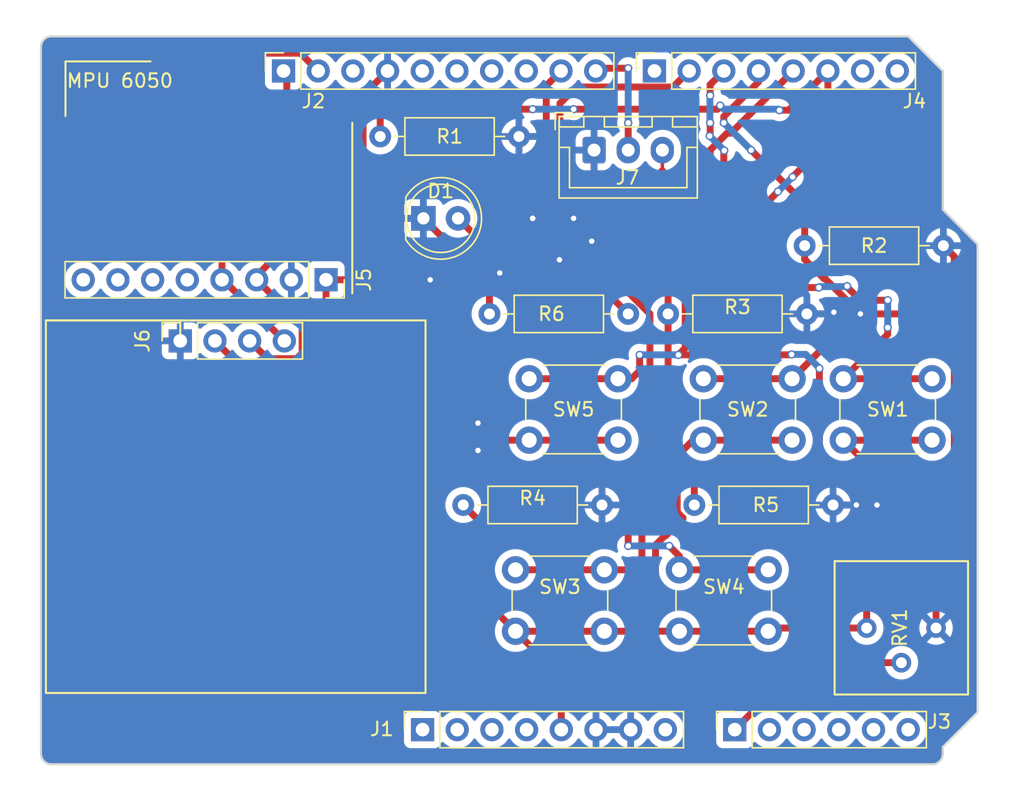
<source format=kicad_pcb>
(kicad_pcb (version 20240108) (generator "pcbnew") (generator_version "8.0")
  (title_block (date "mar. 31 mars 2015"))
  (layers (0 "F.Cu" signal) (31 "B.Cu" power) (34 "B.Paste" user) (35 "F.Paste" user) (36 "B.SilkS" user "B.Silkscreen") (37 "F.SilkS" user "F.Silkscreen") (38 "B.Mask" user) (39 "F.Mask" user) (44 "Edge.Cuts" user))
  (net 0 "")
  (net 1 "GND")
  (net 3 "+5V")
  (net 4 "/IOREF")
  (net 5 "/A1")
  (net 6 "/A2")
  (net 7 "/A3")
  (net 8 "/SDA{slash}A4")
  (net 9 "/SCL{slash}A5")
  (net 10 "/13")
  (net 11 "/12")
  (net 12 "/AREF")
  (net 13 "/temp_digital")
  (net 14 "/7")
  (net 15 "/*11")
  (net 16 "/*10")
  (net 17 "/TX{slash}1")
  (net 18 "/RX{slash}0")
  (net 19 "+3V3")
  (net 20 "VCC")
  (net 21 "/~{RESET}")
  (net 22 "/I2C_SCL")
  (net 23 "/I2C_SDA")
  (net 28 "/button_onoff")
  (net 29 "/button_lock")
  (net 30 "/button_light")
  (net 31 "/button_units")
  (net 32 "/button_cal")
  (net 33 "Net-(D1-A)")
  (net 34 "/led_light")
  (net 35 "/temp_sensor")
  (footprint "Connector_PinSocket_2.54mm:PinSocket_1x08_P2.54mm_Vertical" (layer "F.Cu") (at 127.94 97.46 90)
    (property "Reference" "J1" (hide yes))
    (property "Value" "Power")
    (fp_line (start 1.33 -1.33) (end 1.33 0) (stroke (width 0.12)) (layer "F.SilkS"))
    (fp_line (start 0 -1.33) (end 1.33 -1.33) (stroke (width 0.12)) (layer "F.SilkS"))
    (fp_line (start 1.33 1.27) (end 1.33 19.11) (stroke (width 0.12)) (layer "F.SilkS"))
    (fp_line (start -1.33 1.27) (end 1.33 1.27) (stroke (width 0.12)) (layer "F.SilkS"))
    (fp_line (start -1.33 1.27) (end -1.33 19.11) (stroke (width 0.12)) (layer "F.SilkS"))
    (fp_line (start -1.33 19.11) (end 1.33 19.11) (stroke (width 0.12)) (layer "F.SilkS"))
    (pad "1" thru_hole rect (at 0 0 90) (size 1.7 1.7) (drill 1) (layers "*.Cu" "*.Mask"))
    (pad "2" thru_hole oval (at 0 2.54 90) (size 1.7 1.7) (drill 1) (layers "*.Cu" "*.Mask") (net 4 "/IOREF"))
    (pad "3" thru_hole oval (at 0 5.08 90) (size 1.7 1.7) (drill 1) (layers "*.Cu" "*.Mask") (net 21 "/~{RESET}"))
    (pad "4" thru_hole oval (at 0 7.62 90) (size 1.7 1.7) (drill 1) (layers "*.Cu" "*.Mask") (net 19 "+3V3"))
    (pad "5" thru_hole oval (at 0 10.16 90) (size 1.7 1.7) (drill 1) (layers "*.Cu" "*.Mask") (net 3 "+5V"))
    (pad "6" thru_hole oval (at 0 12.7 90) (size 1.7 1.7) (drill 1) (layers "*.Cu" "*.Mask") (net 1 "GND"))
    (pad "7" thru_hole oval (at 0 15.24 90) (size 1.7 1.7) (drill 1) (layers "*.Cu" "*.Mask") (net 1 "GND"))
    (pad "8" thru_hole oval (at 0 17.78 90) (size 1.7 1.7) (drill 1) (layers "*.Cu" "*.Mask") (net 20 "VCC"))
  )
  (footprint "Connector_PinSocket_2.54mm:PinSocket_1x06_P2.54mm_Vertical" (layer "F.Cu") (at 150.8 97.46 90)
    (property "Reference" "J3" (hide yes))
    (property "Value" "Analog")
    (fp_line (start 1.33 -1.33) (end 1.33 0) (stroke (width 0.12)) (layer "F.SilkS"))
    (fp_line (start 0 -1.33) (end 1.33 -1.33) (stroke (width 0.12)) (layer "F.SilkS"))
    (fp_line (start 1.33 1.27) (end 1.33 14.03) (stroke (width 0.12)) (layer "F.SilkS"))
    (fp_line (start -1.33 1.27) (end 1.33 1.27) (stroke (width 0.12)) (layer "F.SilkS"))
    (fp_line (start -1.33 1.27) (end -1.33 14.03) (stroke (width 0.12)) (layer "F.SilkS"))
    (fp_line (start -1.33 14.03) (end 1.33 14.03) (stroke (width 0.12)) (layer "F.SilkS"))
    (pad "1" thru_hole rect (at 0 0 90) (size 1.7 1.7) (drill 1) (layers "*.Cu" "*.Mask") (net 35 "/temp_sensor"))
    (pad "2" thru_hole oval (at 0 2.54 90) (size 1.7 1.7) (drill 1) (layers "*.Cu" "*.Mask") (net 5 "/A1"))
    (pad "3" thru_hole oval (at 0 5.08 90) (size 1.7 1.7) (drill 1) (layers "*.Cu" "*.Mask") (net 6 "/A2"))
    (pad "4" thru_hole oval (at 0 7.62 90) (size 1.7 1.7) (drill 1) (layers "*.Cu" "*.Mask") (net 7 "/A3"))
    (pad "5" thru_hole oval (at 0 10.16 90) (size 1.7 1.7) (drill 1) (layers "*.Cu" "*.Mask") (net 8 "/SDA{slash}A4"))
    (pad "6" thru_hole oval (at 0 12.7 90) (size 1.7 1.7) (drill 1) (layers "*.Cu" "*.Mask") (net 9 "/SCL{slash}A5"))
  )
  (footprint "Connector_PinSocket_2.54mm:PinSocket_1x10_P2.54mm_Vertical" (layer "F.Cu") (at 117.76 49.2 90)
    (property "Reference" "J2" (hide yes))
    (property "Value" "Digital/PWM")
    (fp_line (start 1.33 -1.33) (end 1.33 0) (stroke (width 0.12)) (layer "F.SilkS"))
    (fp_line (start 0 -1.33) (end 1.33 -1.33) (stroke (width 0.12)) (layer "F.SilkS"))
    (fp_line (start 1.33 1.27) (end 1.33 24.19) (stroke (width 0.12)) (layer "F.SilkS"))
    (fp_line (start -1.33 1.27) (end 1.33 1.27) (stroke (width 0.12)) (layer "F.SilkS"))
    (fp_line (start -1.33 1.27) (end -1.33 24.19) (stroke (width 0.12)) (layer "F.SilkS"))
    (fp_line (start -1.33 24.19) (end 1.33 24.19) (stroke (width 0.12)) (layer "F.SilkS"))
    (pad "1" thru_hole rect (at 0 0 90) (size 1.7 1.7) (drill 1) (layers "*.Cu" "*.Mask") (net 22 "/I2C_SCL"))
    (pad "2" thru_hole oval (at 0 2.54 90) (size 1.7 1.7) (drill 1) (layers "*.Cu" "*.Mask") (net 23 "/I2C_SDA"))
    (pad "3" thru_hole oval (at 0 5.08 90) (size 1.7 1.7) (drill 1) (layers "*.Cu" "*.Mask") (net 12 "/AREF"))
    (pad "4" thru_hole oval (at 0 7.62 90) (size 1.7 1.7) (drill 1) (layers "*.Cu" "*.Mask") (net 1 "GND"))
    (pad "5" thru_hole oval (at 0 10.16 90) (size 1.7 1.7) (drill 1) (layers "*.Cu" "*.Mask") (net 10 "/13"))
    (pad "6" thru_hole oval (at 0 12.7 90) (size 1.7 1.7) (drill 1) (layers "*.Cu" "*.Mask") (net 11 "/12"))
    (pad "7" thru_hole oval (at 0 15.24 90) (size 1.7 1.7) (drill 1) (layers "*.Cu" "*.Mask") (net 15 "/*11"))
    (pad "8" thru_hole oval (at 0 17.78 90) (size 1.7 1.7) (drill 1) (layers "*.Cu" "*.Mask") (net 16 "/*10"))
    (pad "9" thru_hole oval (at 0 20.32 90) (size 1.7 1.7) (drill 1) (layers "*.Cu" "*.Mask") (net 34 "/led_light"))
    (pad "10" thru_hole oval (at 0 22.86 90) (size 1.7 1.7) (drill 1) (layers "*.Cu" "*.Mask") (net 13 "/temp_digital"))
  )
  (footprint "Connector_PinSocket_2.54mm:PinSocket_1x08_P2.54mm_Vertical" (layer "F.Cu") (at 144.92 49.2 90)
    (property "Reference" "J4" (hide yes))
    (property "Value" "Digital/PWM")
    (fp_line (start 1.33 -1.33) (end 1.33 0) (stroke (width 0.12)) (layer "F.SilkS"))
    (fp_line (start 0 -1.33) (end 1.33 -1.33) (stroke (width 0.12)) (layer "F.SilkS"))
    (fp_line (start 1.33 1.27) (end 1.33 19.11) (stroke (width 0.12)) (layer "F.SilkS"))
    (fp_line (start -1.33 1.27) (end 1.33 1.27) (stroke (width 0.12)) (layer "F.SilkS"))
    (fp_line (start -1.33 1.27) (end -1.33 19.11) (stroke (width 0.12)) (layer "F.SilkS"))
    (fp_line (start -1.33 19.11) (end 1.33 19.11) (stroke (width 0.12)) (layer "F.SilkS"))
    (pad "1" thru_hole rect (at 0 0 90) (size 1.7 1.7) (drill 1) (layers "*.Cu" "*.Mask") (net 14 "/7"))
    (pad "2" thru_hole oval (at 0 2.54 90) (size 1.7 1.7) (drill 1) (layers "*.Cu" "*.Mask") (net 30 "/button_light"))
    (pad "3" thru_hole oval (at 0 5.08 90) (size 1.7 1.7) (drill 1) (layers "*.Cu" "*.Mask") (net 32 "/button_cal"))
    (pad "4" thru_hole oval (at 0 7.62 90) (size 1.7 1.7) (drill 1) (layers "*.Cu" "*.Mask") (net 31 "/button_units"))
    (pad "5" thru_hole oval (at 0 10.16 90) (size 1.7 1.7) (drill 1) (layers "*.Cu" "*.Mask") (net 29 "/button_lock"))
    (pad "6" thru_hole oval (at 0 12.7 90) (size 1.7 1.7) (drill 1) (layers "*.Cu" "*.Mask") (net 28 "/button_onoff"))
    (pad "7" thru_hole oval (at 0 15.24 90) (size 1.7 1.7) (drill 1) (layers "*.Cu" "*.Mask") (net 17 "/TX{slash}1"))
    (pad "8" thru_hole oval (at 0 17.78 90) (size 1.7 1.7) (drill 1) (layers "*.Cu" "*.Mask") (net 18 "/RX{slash}0"))
  )
  (footprint "Resistor_THT:R_Axial_DIN0207_L6.3mm_D2.5mm_P10.16mm_Horizontal" (layer "F.Cu") (at 155.92 62)
    (property "Reference" "R2" (at 5.08 0 0) (layer "F.SilkS"))
    (property "Value" "100k")
    (fp_line (start 1.04 0) (end 1.81 0) (stroke (width 0.12)) (layer "F.SilkS"))
    (fp_line (start 1.81 -1.37) (end 1.81 1.37) (stroke (width 0.12)) (layer "F.SilkS"))
    (fp_line (start 1.81 1.37) (end 8.35 1.37) (stroke (width 0.12)) (layer "F.SilkS"))
    (fp_line (start 8.35 -1.37) (end 1.81 -1.37) (stroke (width 0.12)) (layer "F.SilkS"))
    (fp_line (start 8.35 1.37) (end 8.35 -1.37) (stroke (width 0.12)) (layer "F.SilkS"))
    (fp_line (start 9.12 0) (end 8.35 0) (stroke (width 0.12)) (layer "F.SilkS"))
    (pad "1" thru_hole circle (at 0 0) (size 1.6 1.6) (drill 0.8) (layers "*.Cu" "*.Mask") (net 31 "/button_units"))
    (pad "2" thru_hole oval (at 10.16 0) (size 1.6 1.6) (drill 0.8) (layers "*.Cu" "*.Mask") (net 1 "GND"))
  )
  (footprint "Resistor_THT:R_Axial_DIN0207_L6.3mm_D2.5mm_P10.16mm_Horizontal" (layer "F.Cu") (at 124.84 54)
    (property "Reference" "R1" (at 5.08 0 0) (layer "F.SilkS"))
    (property "Value" "100k")
    (fp_line (start 1.04 0) (end 1.81 0) (stroke (width 0.12)) (layer "F.SilkS"))
    (fp_line (start 1.81 -1.37) (end 1.81 1.37) (stroke (width 0.12)) (layer "F.SilkS"))
    (fp_line (start 1.81 1.37) (end 8.35 1.37) (stroke (width 0.12)) (layer "F.SilkS"))
    (fp_line (start 8.35 -1.37) (end 1.81 -1.37) (stroke (width 0.12)) (layer "F.SilkS"))
    (fp_line (start 8.35 1.37) (end 8.35 -1.37) (stroke (width 0.12)) (layer "F.SilkS"))
    (fp_line (start 9.12 0) (end 8.35 0) (stroke (width 0.12)) (layer "F.SilkS"))
    (pad "1" thru_hole circle (at 0 0) (size 1.6 1.6) (drill 0.8) (layers "*.Cu" "*.Mask") (net 28 "/button_onoff"))
    (pad "2" thru_hole oval (at 10.16 0) (size 1.6 1.6) (drill 0.8) (layers "*.Cu" "*.Mask") (net 1 "GND"))
  )
  (footprint "Connector_PinSocket_2.54mm:PinSocket_1x08_P2.54mm_Vertical" (layer "F.Cu") (at 120.875 64.5 -90)
    (property "Reference" "J5" (at 0 -2.77 90) (layer "F.SilkS"))
    (property "Value" "CONN_GYRO")
    (fp_line (start -1.33 19.11) (end 1.33 19.11) (stroke (width 0.12)) (layer "F.SilkS"))
    (fp_line (start -1.33 1.27) (end -1.33 19.11) (stroke (width 0.12)) (layer "F.SilkS"))
    (fp_line (start -1.33 1.27) (end 1.33 1.27) (stroke (width 0.12)) (layer "F.SilkS"))
    (fp_line (start 1.33 1.27) (end 1.33 19.11) (stroke (width 0.12)) (layer "F.SilkS"))
    (fp_line (start 0 -1.33) (end 1.33 -1.33) (stroke (width 0.12)) (layer "F.SilkS"))
    (fp_line (start 1.33 -1.33) (end 1.33 0) (stroke (width 0.12)) (layer "F.SilkS"))
    (pad "1" thru_hole rect (at 0 0 270) (size 1.7 1.7) (drill 1) (layers "*.Cu" "*.Mask") (net 3 "+5V"))
    (pad "2" thru_hole oval (at 0 2.54 270) (size 1.7 1.7) (drill 1) (layers "*.Cu" "*.Mask") (net 1 "GND"))
    (pad "3" thru_hole oval (at 0 5.08 270) (size 1.7 1.7) (drill 1) (layers "*.Cu" "*.Mask") (net 22 "/I2C_SCL"))
    (pad "4" thru_hole oval (at 0 7.62 270) (size 1.7 1.7) (drill 1) (layers "*.Cu" "*.Mask") (net 23 "/I2C_SDA"))
    (pad "5" thru_hole oval (at 0 10.16 270) (size 1.7 1.7) (drill 1) (layers "*.Cu" "*.Mask"))
    (pad "6" thru_hole oval (at 0 12.7 270) (size 1.7 1.7) (drill 1) (layers "*.Cu" "*.Mask"))
    (pad "7" thru_hole oval (at 0 15.24 270) (size 1.7 1.7) (drill 1) (layers "*.Cu" "*.Mask"))
    (pad "8" thru_hole oval (at 0 17.78 270) (size 1.7 1.7) (drill 1) (layers "*.Cu" "*.Mask"))
  )
  (footprint "Resistor_THT:R_Axial_DIN0207_L6.3mm_D2.5mm_P10.16mm_Horizontal" (layer "F.Cu") (at 143 67 180)
    (property "Reference" "R6" (at 5.62 0 180) (layer "F.SilkS"))
    (property "Value" "100k")
    (fp_line (start 9.12 0) (end 8.35 0) (stroke (width 0.12)) (layer "F.SilkS"))
    (fp_line (start 8.35 1.37) (end 8.35 -1.37) (stroke (width 0.12)) (layer "F.SilkS"))
    (fp_line (start 8.35 -1.37) (end 1.81 -1.37) (stroke (width 0.12)) (layer "F.SilkS"))
    (fp_line (start 1.81 1.37) (end 8.35 1.37) (stroke (width 0.12)) (layer "F.SilkS"))
    (fp_line (start 1.81 -1.37) (end 1.81 1.37) (stroke (width 0.12)) (layer "F.SilkS"))
    (fp_line (start 1.04 0) (end 1.81 0) (stroke (width 0.12)) (layer "F.SilkS"))
    (pad "1" thru_hole circle (at 0 0 180) (size 1.6 1.6) (drill 0.8) (layers "*.Cu" "*.Mask") (net 34 "/led_light"))
    (pad "2" thru_hole oval (at 10.16 0 180) (size 1.6 1.6) (drill 0.8) (layers "*.Cu" "*.Mask") (net 33 "Net-(D1-A)"))
  )
  (footprint "Button_Switch_THT:SW_PUSH_6mm" (layer "F.Cu") (at 135.75 71.75)
    (property "Reference" "SW5" (at 3.25 2.25 0) (layer "F.SilkS"))
    (property "Value" "SW_SPST")
    (fp_line (start -0.25 1.5) (end -0.25 3) (stroke (width 0.12)) (layer "F.SilkS"))
    (fp_line (start 1 5.5) (end 5.5 5.5) (stroke (width 0.12)) (layer "F.SilkS"))
    (fp_line (start 5.5 -1) (end 1 -1) (stroke (width 0.12)) (layer "F.SilkS"))
    (fp_line (start 6.75 3) (end 6.75 1.5) (stroke (width 0.12)) (layer "F.SilkS"))
    (pad "1" thru_hole circle (at 0 0 90) (size 2 2) (drill 1.1) (layers "*.Cu" "*.Mask") (net 32 "/button_cal"))
    (pad "1" thru_hole circle (at 6.5 0 90) (size 2 2) (drill 1.1) (layers "*.Cu" "*.Mask") (net 32 "/button_cal"))
    (pad "2" thru_hole circle (at 0 4.5 90) (size 2 2) (drill 1.1) (layers "*.Cu" "*.Mask") (net 3 "+5V"))
    (pad "2" thru_hole circle (at 6.5 4.5 90) (size 2 2) (drill 1.1) (layers "*.Cu" "*.Mask") (net 3 "+5V"))
  )
  (footprint "Resistor_THT:R_Axial_DIN0207_L6.3mm_D2.5mm_P10.16mm_Horizontal" (layer "F.Cu") (at 147.84 81)
    (property "Reference" "R5" (at 5.24 0 0) (layer "F.SilkS"))
    (property "Value" "100k")
    (fp_line (start 1.04 0) (end 1.81 0) (stroke (width 0.12)) (layer "F.SilkS"))
    (fp_line (start 1.81 -1.37) (end 1.81 1.37) (stroke (width 0.12)) (layer "F.SilkS"))
    (fp_line (start 1.81 1.37) (end 8.35 1.37) (stroke (width 0.12)) (layer "F.SilkS"))
    (fp_line (start 8.35 -1.37) (end 1.81 -1.37) (stroke (width 0.12)) (layer "F.SilkS"))
    (fp_line (start 8.35 1.37) (end 8.35 -1.37) (stroke (width 0.12)) (layer "F.SilkS"))
    (fp_line (start 9.12 0) (end 8.35 0) (stroke (width 0.12)) (layer "F.SilkS"))
    (pad "1" thru_hole circle (at 0 0) (size 1.6 1.6) (drill 0.8) (layers "*.Cu" "*.Mask") (net 32 "/button_cal"))
    (pad "2" thru_hole oval (at 10.16 0) (size 1.6 1.6) (drill 0.8) (layers "*.Cu" "*.Mask") (net 1 "GND"))
  )
  (footprint "Resistor_THT:R_Axial_DIN0207_L6.3mm_D2.5mm_P10.16mm_Horizontal" (layer "F.Cu") (at 130.92 81)
    (property "Reference" "R4" (at 5.08 -0.5 0) (layer "F.SilkS"))
    (property "Value" "100k")
    (fp_line (start 1.04 0) (end 1.81 0) (stroke (width 0.12)) (layer "F.SilkS"))
    (fp_line (start 1.81 -1.37) (end 1.81 1.37) (stroke (width 0.12)) (layer "F.SilkS"))
    (fp_line (start 1.81 1.37) (end 8.35 1.37) (stroke (width 0.12)) (layer "F.SilkS"))
    (fp_line (start 8.35 -1.37) (end 1.81 -1.37) (stroke (width 0.12)) (layer "F.SilkS"))
    (fp_line (start 8.35 1.37) (end 8.35 -1.37) (stroke (width 0.12)) (layer "F.SilkS"))
    (fp_line (start 9.12 0) (end 8.35 0) (stroke (width 0.12)) (layer "F.SilkS"))
    (pad "1" thru_hole circle (at 0 0) (size 1.6 1.6) (drill 0.8) (layers "*.Cu" "*.Mask") (net 30 "/button_light"))
    (pad "2" thru_hole oval (at 10.16 0) (size 1.6 1.6) (drill 0.8) (layers "*.Cu" "*.Mask") (net 1 "GND"))
  )
  (footprint "Button_Switch_THT:SW_PUSH_6mm" (layer "F.Cu") (at 148.5 71.75)
    (property "Reference" "SW2" (at 3.25 2.25 0) (layer "F.SilkS"))
    (property "Value" "SW_SPST")
    (fp_line (start -0.25 1.5) (end -0.25 3) (stroke (width 0.12)) (layer "F.SilkS"))
    (fp_line (start 1 5.5) (end 5.5 5.5) (stroke (width 0.12)) (layer "F.SilkS"))
    (fp_line (start 5.5 -1) (end 1 -1) (stroke (width 0.12)) (layer "F.SilkS"))
    (fp_line (start 6.75 3) (end 6.75 1.5) (stroke (width 0.12)) (layer "F.SilkS"))
    (pad "1" thru_hole circle (at 0 0 90) (size 2 2) (drill 1.1) (layers "*.Cu" "*.Mask") (net 31 "/button_units"))
    (pad "1" thru_hole circle (at 6.5 0 90) (size 2 2) (drill 1.1) (layers "*.Cu" "*.Mask") (net 31 "/button_units"))
    (pad "2" thru_hole circle (at 0 4.5 90) (size 2 2) (drill 1.1) (layers "*.Cu" "*.Mask") (net 3 "+5V"))
    (pad "2" thru_hole circle (at 6.5 4.5 90) (size 2 2) (drill 1.1) (layers "*.Cu" "*.Mask") (net 3 "+5V"))
  )
  (footprint "Connector_PinSocket_2.54mm:PinSocket_1x04_P2.54mm_Vertical" (layer "F.Cu") (at 110.2 68.975 90)
    (property "Reference" "J6" (at 0 -2.77 90) (layer "F.SilkS"))
    (property "Value" "CONN_DISPLAY")
    (fp_line (start 1.33 -1.33) (end 1.33 0) (stroke (width 0.12)) (layer "F.SilkS"))
    (fp_line (start 0 -1.33) (end 1.33 -1.33) (stroke (width 0.12)) (layer "F.SilkS"))
    (fp_line (start 1.33 1.27) (end 1.33 8.95) (stroke (width 0.12)) (layer "F.SilkS"))
    (fp_line (start -1.33 1.27) (end 1.33 1.27) (stroke (width 0.12)) (layer "F.SilkS"))
    (fp_line (start -1.33 1.27) (end -1.33 8.95) (stroke (width 0.12)) (layer "F.SilkS"))
    (fp_line (start -1.33 8.95) (end 1.33 8.95) (stroke (width 0.12)) (layer "F.SilkS"))
    (pad "1" thru_hole rect (at 0 0 90) (size 1.7 1.7) (drill 1) (layers "*.Cu" "*.Mask") (net 1 "GND"))
    (pad "2" thru_hole oval (at 0 2.54 90) (size 1.7 1.7) (drill 1) (layers "*.Cu" "*.Mask") (net 3 "+5V"))
    (pad "3" thru_hole oval (at 0 5.08 90) (size 1.7 1.7) (drill 1) (layers "*.Cu" "*.Mask") (net 22 "/I2C_SCL"))
    (pad "4" thru_hole oval (at 0 7.62 90) (size 1.7 1.7) (drill 1) (layers "*.Cu" "*.Mask") (net 23 "/I2C_SDA"))
  )
  (footprint "Potentiometer_THT:Potentiometer_Bourns_3386P_Vertical" (layer "F.Cu") (at 160.46 90.015 -90)
    (property "Reference" "RV1" (at -0.015 -2.425 90) (layer "F.SilkS"))
    (property "Value" "10k")
    (fp_line (start -4.9 2.345) (end 4.87 2.345) (stroke (width 0.12)) (layer "F.SilkS"))
    (fp_line (start -4.9 -7.425) (end -4.9 2.345) (stroke (width 0.12)) (layer "F.SilkS"))
    (fp_line (start -4.9 -7.425) (end 4.87 -7.425) (stroke (width 0.12)) (layer "F.SilkS"))
    (fp_line (start 4.87 -7.425) (end 4.87 2.345) (stroke (width 0.12)) (layer "F.SilkS"))
    (pad "1" thru_hole circle (at 0 0 270) (size 1.44 1.44) (drill 0.8) (layers "*.Cu" "*.Mask") (net 3 "+5V"))
    (pad "2" thru_hole circle (at 2.54 -2.54 270) (size 1.44 1.44) (drill 0.8) (layers "*.Cu" "*.Mask") (net 35 "/temp_sensor"))
    (pad "3" thru_hole circle (at 0 -5.08 270) (size 1.44 1.44) (drill 0.8) (layers "*.Cu" "*.Mask") (net 1 "GND"))
  )
  (footprint "Resistor_THT:R_Axial_DIN0207_L6.3mm_D2.5mm_P10.16mm_Horizontal" (layer "F.Cu") (at 145.92 67)
    (property "Reference" "R3" (at 5.08 -0.5 0) (layer "F.SilkS"))
    (property "Value" "100k")
    (fp_line (start 1.04 0) (end 1.81 0) (stroke (width 0.12)) (layer "F.SilkS"))
    (fp_line (start 1.81 -1.37) (end 1.81 1.37) (stroke (width 0.12)) (layer "F.SilkS"))
    (fp_line (start 1.81 1.37) (end 8.35 1.37) (stroke (width 0.12)) (layer "F.SilkS"))
    (fp_line (start 8.35 -1.37) (end 1.81 -1.37) (stroke (width 0.12)) (layer "F.SilkS"))
    (fp_line (start 8.35 1.37) (end 8.35 -1.37) (stroke (width 0.12)) (layer "F.SilkS"))
    (fp_line (start 9.12 0) (end 8.35 0) (stroke (width 0.12)) (layer "F.SilkS"))
    (pad "1" thru_hole circle (at 0 0) (size 1.6 1.6) (drill 0.8) (layers "*.Cu" "*.Mask") (net 29 "/button_lock"))
    (pad "2" thru_hole oval (at 10.16 0) (size 1.6 1.6) (drill 0.8) (layers "*.Cu" "*.Mask") (net 1 "GND"))
  )
  (footprint "Button_Switch_THT:SW_PUSH_6mm" (layer "F.Cu") (at 134.75 85.75)
    (property "Reference" "SW3" (at 3.25 1.25 0) (layer "F.SilkS"))
    (property "Value" "SW_SPST")
    (fp_line (start -0.25 1.5) (end -0.25 3) (stroke (width 0.12)) (layer "F.SilkS"))
    (fp_line (start 1 5.5) (end 5.5 5.5) (stroke (width 0.12)) (layer "F.SilkS"))
    (fp_line (start 5.5 -1) (end 1 -1) (stroke (width 0.12)) (layer "F.SilkS"))
    (fp_line (start 6.75 3) (end 6.75 1.5) (stroke (width 0.12)) (layer "F.SilkS"))
    (pad "1" thru_hole circle (at 0 0 90) (size 2 2) (drill 1.1) (layers "*.Cu" "*.Mask") (net 29 "/button_lock"))
    (pad "1" thru_hole circle (at 6.5 0 90) (size 2 2) (drill 1.1) (layers "*.Cu" "*.Mask") (net 29 "/button_lock"))
    (pad "2" thru_hole circle (at 0 4.5 90) (size 2 2) (drill 1.1) (layers "*.Cu" "*.Mask") (net 3 "+5V"))
    (pad "2" thru_hole circle (at 6.5 4.5 90) (size 2 2) (drill 1.1) (layers "*.Cu" "*.Mask") (net 3 "+5V"))
  )
  (footprint "LED_THT:LED_D5.0mm" (layer "F.Cu") (at 128 60)
    (property "Reference" "D1" (at 1.27 -2 0) (layer "F.SilkS"))
    (property "Value" "LED")
    (fp_line (start -1.29 -1.545) (end -1.29 1.545) (stroke (width 0.12)) (layer "F.SilkS"))
    (fp_arc (start -1.29 -1.54483) (mid 2.071756 -2.880501) (end 4.26 -0.000048) (stroke (width 0.12)) (layer "F.SilkS"))
    (fp_arc (start 4.26 0.000048) (mid 2.071756 2.880501) (end -1.29 1.54483) (stroke (width 0.12)) (layer "F.SilkS"))
    (fp_circle (center 1.27 0) (end 3.77 0) (stroke (width 0.12)) (fill none) (layer "F.SilkS"))
    (pad "1" thru_hole rect (at 0 0) (size 1.8 1.8) (drill 0.9) (layers "*.Cu" "*.Mask") (net 1 "GND"))
    (pad "2" thru_hole circle (at 2.54 0) (size 1.8 1.8) (drill 0.9) (layers "*.Cu" "*.Mask") (net 33 "Net-(D1-A)"))
  )
  (footprint "Button_Switch_THT:SW_PUSH_6mm" (layer "F.Cu") (at 158.75 71.75)
    (property "Reference" "SW1" (at 3.25 2.25 0) (layer "F.SilkS"))
    (property "Value" "SW_SPST")
    (fp_line (start -0.25 1.5) (end -0.25 3) (stroke (width 0.12)) (layer "F.SilkS"))
    (fp_line (start 1 5.5) (end 5.5 5.5) (stroke (width 0.12)) (layer "F.SilkS"))
    (fp_line (start 5.5 -1) (end 1 -1) (stroke (width 0.12)) (layer "F.SilkS"))
    (fp_line (start 6.75 3) (end 6.75 1.5) (stroke (width 0.12)) (layer "F.SilkS"))
    (pad "1" thru_hole circle (at 0 0 90) (size 2 2) (drill 1.1) (layers "*.Cu" "*.Mask") (net 28 "/button_onoff"))
    (pad "1" thru_hole circle (at 6.5 0 90) (size 2 2) (drill 1.1) (layers "*.Cu" "*.Mask") (net 28 "/button_onoff"))
    (pad "2" thru_hole circle (at 0 4.5 90) (size 2 2) (drill 1.1) (layers "*.Cu" "*.Mask") (net 3 "+5V"))
    (pad "2" thru_hole circle (at 6.5 4.5 90) (size 2 2) (drill 1.1) (layers "*.Cu" "*.Mask") (net 3 "+5V"))
  )
  (footprint "Button_Switch_THT:SW_PUSH_6mm" (layer "F.Cu") (at 146.75 85.75)
    (property "Reference" "SW4" (at 3.25 1.25 0) (layer "F.SilkS"))
    (property "Value" "SW_SPST")
    (fp_line (start -0.25 1.5) (end -0.25 3) (stroke (width 0.12)) (layer "F.SilkS"))
    (fp_line (start 1 5.5) (end 5.5 5.5) (stroke (width 0.12)) (layer "F.SilkS"))
    (fp_line (start 5.5 -1) (end 1 -1) (stroke (width 0.12)) (layer "F.SilkS"))
    (fp_line (start 6.75 3) (end 6.75 1.5) (stroke (width 0.12)) (layer "F.SilkS"))
    (pad "1" thru_hole circle (at 0 0 90) (size 2 2) (drill 1.1) (layers "*.Cu" "*.Mask") (net 30 "/button_light"))
    (pad "1" thru_hole circle (at 6.5 0 90) (size 2 2) (drill 1.1) (layers "*.Cu" "*.Mask") (net 30 "/button_light"))
    (pad "2" thru_hole circle (at 0 4.5 90) (size 2 2) (drill 1.1) (layers "*.Cu" "*.Mask") (net 3 "+5V"))
    (pad "2" thru_hole circle (at 6.5 4.5 90) (size 2 2) (drill 1.1) (layers "*.Cu" "*.Mask") (net 3 "+5V"))
  )
  (footprint "Connector_JST:JST_XH_B3B-XH-A_1x03_P2.50mm_Vertical" (layer "F.Cu") (at 140.5 55)
    (property "Reference" "J7" (at 2.44 2.01 0) (layer "F.SilkS"))
    (property "Value" "CONN_TEMP")
    (fp_line (start -2.85 -2.75) (end -2.85 -1.5) (stroke (width 0.12)) (layer "F.SilkS"))
    (fp_line (start -2.56 -2.46) (end -2.56 3.51) (stroke (width 0.12)) (layer "F.SilkS"))
    (fp_line (start -2.56 3.51) (end 7.56 3.51) (stroke (width 0.12)) (layer "F.SilkS"))
    (fp_line (start -2.55 -2.45) (end -2.55 -1.7) (stroke (width 0.12)) (layer "F.SilkS"))
    (fp_line (start -2.55 -1.7) (end -0.75 -1.7) (stroke (width 0.12)) (layer "F.SilkS"))
    (fp_line (start -2.55 -0.2) (end -1.8 -0.2) (stroke (width 0.12)) (layer "F.SilkS"))
    (fp_line (start -1.8 -0.2) (end -1.8 2.75) (stroke (width 0.12)) (layer "F.SilkS"))
    (fp_line (start -1.8 2.75) (end 2.5 2.75) (stroke (width 0.12)) (layer "F.SilkS"))
    (fp_line (start -1.6 -2.75) (end -2.85 -2.75) (stroke (width 0.12)) (layer "F.SilkS"))
    (fp_line (start -0.75 -2.45) (end -2.55 -2.45) (stroke (width 0.12)) (layer "F.SilkS"))
    (fp_line (start -0.75 -1.7) (end -0.75 -2.45) (stroke (width 0.12)) (layer "F.SilkS"))
    (fp_line (start 0.75 -2.45) (end 0.75 -1.7) (stroke (width 0.12)) (layer "F.SilkS"))
    (fp_line (start 0.75 -1.7) (end 4.25 -1.7) (stroke (width 0.12)) (layer "F.SilkS"))
    (fp_line (start 4.25 -2.45) (end 0.75 -2.45) (stroke (width 0.12)) (layer "F.SilkS"))
    (fp_line (start 4.25 -1.7) (end 4.25 -2.45) (stroke (width 0.12)) (layer "F.SilkS"))
    (fp_line (start 5.75 -2.45) (end 5.75 -1.7) (stroke (width 0.12)) (layer "F.SilkS"))
    (fp_line (start 5.75 -1.7) (end 7.55 -1.7) (stroke (width 0.12)) (layer "F.SilkS"))
    (fp_line (start 6.8 -0.2) (end 6.8 2.75) (stroke (width 0.12)) (layer "F.SilkS"))
    (fp_line (start 6.8 2.75) (end 2.5 2.75) (stroke (width 0.12)) (layer "F.SilkS"))
    (fp_line (start 7.55 -2.45) (end 5.75 -2.45) (stroke (width 0.12)) (layer "F.SilkS"))
    (fp_line (start 7.55 -1.7) (end 7.55 -2.45) (stroke (width 0.12)) (layer "F.SilkS"))
    (fp_line (start 7.55 -0.2) (end 6.8 -0.2) (stroke (width 0.12)) (layer "F.SilkS"))
    (fp_line (start 7.56 -2.46) (end -2.56 -2.46) (stroke (width 0.12)) (layer "F.SilkS"))
    (fp_line (start 7.56 3.51) (end 7.56 -2.46) (stroke (width 0.12)) (layer "F.SilkS"))
    (pad "1" thru_hole roundrect (at 0 0) (size 1.7 1.95) (drill 0.95) (layers "*.Cu" "*.Mask") (roundrect_rratio 0.147059) (net 1 "GND"))
    (pad "2" thru_hole oval (at 2.5 0) (size 1.7 1.95) (drill 0.95) (layers "*.Cu" "*.Mask") (net 13 "/temp_digital"))
    (pad "3" thru_hole oval (at 5 0) (size 1.7 1.95) (drill 0.95) (layers "*.Cu" "*.Mask") (net 3 "+5V"))
  )
  (gr_line (start 101.795 48.5) (end 101.795 52.5) (stroke (width 0.15)) (layer "F.SilkS"))
  (gr_rect (start 100.36 67.475) (end 128.16 94.775) (stroke (width 0.15)) (fill none) (layer "F.SilkS"))
  (gr_rect (start 158.115 85.115) (end 167.885 94.885) (stroke (width 0.15)) (fill none) (layer "F.SilkS"))
  (gr_line (start 100.36 67.475) (end 110.2 67.475) (stroke (width 0.15)) (layer "F.SilkS"))
  (gr_line (start 101.795 48.5) (end 108.020112 48.5) (stroke (width 0.15)) (layer "F.SilkS"))
  (gr_line (start 122.795 65.5) (end 122.795 53) (stroke (width 0.15)) (layer "F.SilkS"))
  (gr_line (start 110.2 67.475) (end 110.2 68.975) (stroke (width 0.15)) (layer "F.SilkS"))
  (gr_line (start 166.04 59.36) (end 168.58 61.9) (stroke (width 0.15)) (layer "Edge.Cuts"))
  (gr_line (start 100 99.238) (end 100 47.422) (stroke (width 0.15)) (layer "Edge.Cuts"))
  (gr_line (start 168.58 61.9) (end 168.58 96.19) (stroke (width 0.15)) (layer "Edge.Cuts"))
  (gr_line (start 165.278 100) (end 100.762 100) (stroke (width 0.15)) (layer "Edge.Cuts"))
  (gr_line (start 100.762 46.66) (end 163.5 46.66) (stroke (width 0.15)) (layer "Edge.Cuts"))
  (gr_arc (start 100.762 100) (mid 100.223185 99.776815) (end 100 99.238) (stroke (width 0.15)) (layer "Edge.Cuts"))
  (gr_line (start 168.58 96.19) (end 166.04 98.73) (stroke (width 0.15)) (layer "Edge.Cuts"))
  (gr_line (start 163.5 46.66) (end 166.04 49.2) (stroke (width 0.15)) (layer "Edge.Cuts"))
  (gr_arc (start 166.04 99.238) (mid 165.816815 99.776815) (end 165.278 100) (stroke (width 0.15)) (layer "Edge.Cuts"))
  (gr_line (start 166.04 49.2) (end 166.04 59.36) (stroke (width 0.15)) (layer "Edge.Cuts"))
  (gr_line (start 166.04 98.73) (end 166.04 99.238) (stroke (width 0.15)) (layer "Edge.Cuts"))
  (gr_arc (start 100 47.422) (mid 100.223185 46.883185) (end 100.762 46.66) (stroke (width 0.15)) (layer "Edge.Cuts"))
  (gr_text "J3" (at 164.83 97.46 0) (layer "F.SilkS") (effects (font (size 1 1)) (justify left bottom)))
  (gr_text "J2" (at 119 52 0) (layer "F.SilkS") (effects (font (size 1 1)) (justify left bottom)))
  (gr_text "MPU 6050" (at 101.795 50.5 0) (layer "F.SilkS") (effects (font (size 1 1)) (justify left bottom)))
  (gr_text "J1" (at 124 98 0) (layer "F.SilkS") (effects (font (size 1 1)) (justify left bottom)))
  (gr_text "J4" (at 163 52 0) (layer "F.SilkS") (effects (font (size 1 1)) (justify left bottom)))
  (segment (start 134 79) (end 132 77) (width 0.508) (layer "F.Cu") (net 1))
  (segment (start 123.586 56) (end 123.586 51.414) (width 0.508) (layer "F.Cu") (net 1))
  (segment (start 123.586 56) (end 135 56) (width 0.508) (layer "F.Cu") (net 1))
  (segment (start 140.5 55) (end 140.5 58.5) (width 0.508) (layer "F.Cu") (net 1))
  (segment (start 165 81) (end 166.879999 79.120001) (width 0.508) (layer "F.Cu") (net 1))
  (segment (start 132 77) (end 132 77.004) (width 0.25) (layer "F.Cu") (net 1))
  (segment (start 124 50.58) (end 125.38 49.2) (width 0.508) (layer "F.Cu") (net 1))
  (segment (start 166.879999 66) (end 166.879999 62.799999) (width 0.508) (layer "F.Cu") (net 1))
  (segment (start 135 59) (end 135 56) (width 0.508) (layer "F.Cu") (net 1))
  (segment (start 156.08 67) (end 158.18117 67) (width 0.508) (layer "F.Cu") (net 1))
  (segment (start 123.586 51.414) (end 124 51) (width 0.508) (layer "F.Cu") (net 1))
  (segment (start 140.5 58.5) (end 139 60) (width 0.508) (layer "F.Cu") (net 1))
  (segment (start 136 60) (end 135 59) (width 0.508) (layer "F.Cu") (net 1))
  (segment (start 126 60) (end 123.586 57.586) (width 0.508) (layer "F.Cu") (net 1))
  (segment (start 166.879999 62.799999) (end 166.08 62) (width 0.508) (layer "F.Cu") (net 1))
  (segment (start 123.586 57.586) (end 123.586 56) (width 0.508) (layer "F.Cu") (net 1))
  (segment (start 135 54) (end 135 56) (width 0.508) (layer "F.Cu") (net 1))
  (segment (start 130.579 73.579) (end 130.579 62.579) (width 0.508) (layer "F.Cu") (net 1))
  (segment (start 141 79) (end 134 79) (width 0.508) (layer "F.Cu") (net 1))
  (segment (start 141.08 81) (end 141.08 79.08) (width 0.508) (layer "F.Cu") (net 1))
  (segment (start 141.08 79.08) (end 141 79) (width 0.25) (layer "F.Cu") (net 1))
  (segment (start 158.18117 67) (end 158.057426 66.876256) (width 0.25) (layer "F.Cu") (net 1))
  (segment (start 165.54 90.015) (end 165.54 81.54) (width 0.508) (layer "F.Cu") (net 1))
  (segment (start 165.54 81.54) (end 165 81) (width 0.508) (layer "F.Cu") (net 1))
  (segment (start 124 51) (end 124 50.58) (width 0.508) (layer "F.Cu") (net 1))
  (segment (start 166.879999 79.120001) (end 166.879999 66) (width 0.508) (layer "F.Cu") (net 1))
  (segment (start 160 67) (end 165.879999 67) (width 0.508) (layer "F.Cu") (net 1))
  (segment (start 128 60) (end 126 60) (width 0.508) (layer "F.Cu") (net 1))
  (segment (start 165 81) (end 161.214 81) (width 0.508) (layer "F.Cu") (net 1))
  (segment (start 132 75) (end 130.579 73.579) (width 0.508) (layer "F.Cu") (net 1))
  (segment (start 165.879999 67) (end 166.879999 66) (width 0.508) (layer "F.Cu") (net 1))
  (segment (start 159.706 81) (end 158 81) (width 0.508) (layer "F.Cu") (net 1))
  (segment (start 130.579 62.579) (end 128 60) (width 0.508) (layer "F.Cu") (net 1))
  (via (at 159.706 81) (size 0.6) (drill 0.4) (layers "F.Cu" "B.Cu") (net 1))
  (via (at 136 60) (size 0.6) (drill 0.4) (layers "F.Cu" "B.Cu") (net 1))
  (via (at 132 75) (size 0.6) (drill 0.4) (layers "F.Cu" "B.Cu") (net 1))
  (via (at 139 60) (size 0.6) (drill 0.4) (layers "F.Cu" "B.Cu") (net 1))
  (via (at 161.214 81) (size 0.6) (drill 0.4) (layers "F.Cu" "B.Cu") (net 1))
  (via (at 158.057426 66.876256) (size 0.6) (drill 0.4) (layers "F.Cu" "B.Cu") (net 1))
  (via (at 132 77.004) (size 0.6) (drill 0.4) (layers "F.Cu" "B.Cu") (net 1))
  (via (at 136 60) (size 0.6) (drill 0.4) (layers "F.Cu" "B.Cu") (net 1))
  (via (at 160 67) (size 0.6) (drill 0.4) (layers "F.Cu" "B.Cu") (net 1))
  (segment (start 139 60) (end 136 60) (width 0.508) (layer "B.Cu") (net 1))
  (segment (start 132 77.004) (end 132 75) (width 0.508) (layer "B.Cu") (net 1))
  (segment (start 158.057426 66.876256) (end 158.18117 67) (width 0.25) (layer "B.Cu") (net 1))
  (segment (start 158.18117 67) (end 160 67) (width 0.508) (layer "B.Cu") (net 1))
  (segment (start 161.214 81) (end 160 81) (width 0.508) (layer "B.Cu") (net 1))
  (segment (start 160 81) (end 159.706 81) (width 0.508) (layer "B.Cu") (net 1))
  (segment (start 145.5 56.5) (end 140.328654 61.671346) (width 0.508) (layer "F.Cu") (net 3))
  (segment (start 140.328654 61.671346) (end 140.328654 61.671345) (width 0.25) (layer "F.Cu") (net 3))
  (segment (start 135.75 76.25) (end 130.75 76.25) (width 0.508) (layer "F.Cu") (net 3))
  (segment (start 114.765 71) (end 112.74 68.975) (width 0.508) (layer "F.Cu") (net 3))
  (segment (start 134.75 90.25) (end 138.1 93.6) (width 0.508) (layer "F.Cu") (net 3))
  (segment (start 147.75 76.25) (end 146.586 77.414) (width 0.508) (layer "F.Cu") (net 3))
  (segment (start 158.75 76.25) (end 160.46 77.96) (width 0.508) (layer "F.Cu") (net 3))
  (segment (start 146.586 77.414) (end 146.586 81.519424) (width 0.508) (layer "F.Cu") (net 3))
  (segment (start 145.5 55) (end 145.5 56.5) (width 0.25) (layer "F.Cu") (net 3))
  (segment (start 134.75 90.25) (end 141.25 90.25) (width 0.508) (layer "F.Cu") (net 3))
  (segment (start 130 77) (end 130 66) (width 0.508) (layer "F.Cu") (net 3))
  (segment (start 144 90.25) (end 141.25 90.25) (width 0.508) (layer "F.Cu") (net 3))
  (segment (start 153.485 90.015) (end 153.25 90.25) (width 0.508) (layer "F.Cu") (net 3))
  (segment (start 160.46 77.96) (end 160.46 90.015) (width 0.508) (layer "F.Cu") (net 3))
  (segment (start 165.25 76.25) (end 158.75 76.25) (width 0.508) (layer "F.Cu") (net 3))
  (segment (start 147 81.933424) (end 147 82) (width 0.508) (layer "F.Cu") (net 3))
  (segment (start 138.1 93.6) (end 138.1 97.46) (width 0.508) (layer "F.Cu") (net 3))
  (segment (start 146.75 90.25) (end 144 90.25) (width 0.508) (layer "F.Cu") (net 3))
  (segment (start 120.875 69.126264) (end 119.001264 71) (width 0.508) (layer "F.Cu") (net 3))
  (segment (start 145.687682 83.246) (end 145 83.933682) (width 0.508) (layer "F.Cu") (net 3))
  (segment (start 145 83.933682) (end 145 89.25) (width 0.508) (layer "F.Cu") (net 3))
  (segment (start 129 84.5) (end 134.75 90.25) (width 0.508) (layer "F.Cu") (net 3))
  (segment (start 154.25 76.25) (end 147.75 76.25) (width 0.508) (layer "F.Cu") (net 3))
  (segment (start 130 77) (end 129 78) (width 0.508) (layer "F.Cu") (net 3))
  (segment (start 128.5 64.5) (end 120.875 64.5) (width 0.508) (layer "F.Cu") (net 3))
  (segment (start 137.966841 63.033159) (end 137 64) (width 0.508) (layer "F.Cu") (net 3))
  (segment (start 147 82) (end 145.754 83.246) (width 0.508) (layer "F.Cu") (net 3))
  (segment (start 120.875 64.5) (end 120.875 69.126264) (width 0.508) (layer "F.Cu") (net 3))
  (segment (start 130 66) (end 128.5 64.5) (width 0.508) (layer "F.Cu") (net 3))
  (segment (start 119.001264 71) (end 114.765 71) (width 0.508) (layer "F.Cu") (net 3))
  (segment (start 146.586 81.519424) (end 147 81.933424) (width 0.508) (layer "F.Cu") (net 3))
  (segment (start 160.46 90.015) (end 153.485 90.015) (width 0.508) (layer "F.Cu") (net 3))
  (segment (start 145.754 83.246) (end 145.687682 83.246) (width 0.508) (layer "F.Cu") (net 3))
  (segment (start 129 78) (end 129 84.5) (width 0.508) (layer "F.Cu") (net 3))
  (segment (start 145 89.25) (end 144 90.25) (width 0.508) (layer "F.Cu") (net 3))
  (segment (start 130.75 76.25) (end 130 77) (width 0.508) (layer "F.Cu") (net 3))
  (segment (start 137 64) (end 133.594 64) (width 0.508) (layer "F.Cu") (net 3))
  (segment (start 146.75 90.25) (end 153.25 90.25) (width 0.508) (layer "F.Cu") (net 3))
  (segment (start 135.75 76.25) (end 142.25 76.25) (width 0.508) (layer "F.Cu") (net 3))
  (via (at 140.328654 61.671345) (size 0.6) (drill 0.4) (layers "F.Cu" "B.Cu") (net 3))
  (via (at 128.5 64.5) (size 0.6) (drill 0.4) (layers "F.Cu" "B.Cu") (net 3))
  (via (at 137.966841 63.033159) (size 0.6) (drill 0.4) (layers "F.Cu" "B.Cu") (net 3))
  (via (at 133.594 64) (size 0.6) (drill 0.4) (layers "F.Cu" "B.Cu") (net 3))
  (segment (start 140.328654 61.671345) (end 139.328655 61.671345) (width 0.508) (layer "B.Cu") (net 3))
  (segment (start 139.328655 61.671345) (end 137.966841 63.033159) (width 0.508) (layer "B.Cu") (net 3))
  (segment (start 129 64) (end 128.5 64.5) (width 0.25) (layer "B.Cu") (net 3))
  (segment (start 133.594 64) (end 129 64) (width 0.508) (layer "B.Cu") (net 3))
  (segment (start 140.82 49) (end 140.62 49.2) (width 0.25) (layer "F.Cu") (net 13))
  (segment (start 143 55) (end 143 53) (width 0.508) (layer "F.Cu") (net 13))
  (segment (start 143 49) (end 140.82 49) (width 0.508) (layer "F.Cu") (net 13))
  (via (at 143 49) (size 0.6) (drill 0.4) (layers "F.Cu" "B.Cu") (net 13))
  (via (at 143 53) (size 0.6) (drill 0.4) (layers "F.Cu" "B.Cu") (net 13))
  (segment (start 143 53) (end 143 49) (width 0.508) (layer "B.Cu") (net 13))
  (segment (start 115.28 68.975) (end 116.584 70.279) (width 0.508) (layer "F.Cu") (net 22))
  (segment (start 118.721 70.279) (end 119.124 69.876) (width 0.508) (layer "F.Cu") (net 22))
  (segment (start 119.124 69.876) (end 119.124 67.829) (width 0.508) (layer "F.Cu") (net 22))
  (segment (start 117.76 49.2) (end 118 49.44) (width 0.508) (layer "F.Cu") (net 22))
  (segment (start 119.124 67.829) (end 115.795 64.5) (width 0.508) (layer "F.Cu") (net 22))
  (segment (start 118 62) (end 115.795 64.205) (width 0.508) (layer "F.Cu") (net 22))
  (segment (start 118 49.44) (end 118 62) (width 0.508) (layer "F.Cu") (net 22))
  (segment (start 115.795 64.205) (end 115.795 64.5) (width 0.508) (layer "F.Cu") (net 22))
  (segment (start 116.584 70.279) (end 118.721 70.279) (width 0.508) (layer "F.Cu") (net 22))
  (segment (start 116.104 47.896) (end 118.996 47.896) (width 0.508) (layer "F.Cu") (net 23))
  (segment (start 118.996 47.896) (end 120.3 49.2) (width 0.508) (layer "F.Cu") (net 23))
  (segment (start 117.82 68.975) (end 113.345 64.5) (width 0.508) (layer "F.Cu") (net 23))
  (segment (start 113.345 64.5) (end 113.255 64.5) (width 0.508) (layer "F.Cu") (net 23))
  (segment (start 113.255 64.5) (end 113.255 50.745) (width 0.508) (layer "F.Cu") (net 23))
  (segment (start 113.255 50.745) (end 116.104 47.896) (width 0.508) (layer "F.Cu") (net 23))
  (segment (start 159.000632 64.999368) (end 159.033159 64.966841) (width 0.508) (layer "F.Cu") (net 28))
  (segment (start 154.069068 65.069068) (end 152 63) (width 0.508) (layer "F.Cu") (net 28))
  (segment (start 124.84 52.16) (end 125 52) (width 0.25) (layer "F.Cu") (net 28))
  (segment (start 158.75 71.75) (end 162 68.5) (width 0.508) (layer "F.Cu") (net 28))
  (segment (start 139 52) (end 149.538736 52) (width 0.508) (layer "F.Cu") (net 28))
  (segment (start 149.769368 51.769368) (end 149.736841 51.736841) (width 0.508) (layer "F.Cu") (net 28))
  (segment (start 162 66) (end 160.001264 66) (width 0.508) (layer "F.Cu") (net 28))
  (segment (start 157.62 54.38) (end 157.62 49.2) (width 0.508) (layer "F.Cu") (net 28))
  (segment (start 156.960634 65.069068) (end 154.069068 65.069068) (width 0.508) (layer "F.Cu") (net 28))
  (segment (start 160.001264 66) (end 159.000632 64.999368) (width 0.508) (layer "F.Cu") (net 28))
  (segment (start 155.033159 56.966841) (end 157.62 54.38) (width 0.508) (layer "F.Cu") (net 28))
  (segment (start 165.25 71.75) (end 158.75 71.75) (width 0.508) (layer "F.Cu") (net 28))
  (segment (start 125 52) (end 136 52) (width 0.508) (layer "F.Cu") (net 28))
  (segment (start 124.84 54) (end 124.84 52.16) (width 0.508) (layer "F.Cu") (net 28))
  (segment (start 154.073159 52.073159) (end 154.746841 52.073159) (width 0.508) (layer "F.Cu") (net 28))
  (segment (start 149.538736 52) (end 149.769368 51.769368) (width 0.508) (layer "F.Cu") (net 28))
  (segment (start 154.746841 52.073159) (end 157.62 49.2) (width 0.508) (layer "F.Cu") (net 28))
  (segment (start 152 63) (end 152 60) (width 0.508) (layer "F.Cu") (net 28))
  (segment (start 162 68.5) (end 162 68) (width 0.508) (layer "F.Cu") (net 28))
  (segment (start 152 60) (end 153.966841 58.033159) (width 0.508) (layer "F.Cu") (net 28))
  (via (at 154.073159 52.073159) (size 0.6) (drill 0.4) (layers "F.Cu" "B.Cu") (net 28))
  (via (at 136 52) (size 0.6) (drill 0.4) (layers "F.Cu" "B.Cu") (net 28))
  (via (at 149.736841 51.736841) (size 0.6) (drill 0.4) (layers "F.Cu" "B.Cu") (net 28))
  (via (at 162 66) (size 0.6) (drill 0.4) (layers "F.Cu" "B.Cu") (net 28))
  (via (at 162 68) (size 0.6) (drill 0.4) (layers "F.Cu" "B.Cu") (net 28))
  (via (at 153.966841 58.033159) (size 0.6) (drill 0.4) (layers "F.Cu" "B.Cu") (net 28))
  (via (at 156.960634 65.069068) (size 0.6) (drill 0.4) (layers "F.Cu" "B.Cu") (net 28))
  (via (at 159.033159 64.966841) (size 0.6) (drill 0.4) (layers "F.Cu" "B.Cu") (net 28))
  (via (at 139 52) (size 0.6) (drill 0.4) (layers "F.Cu" "B.Cu") (net 28))
  (via (at 155.033159 56.966841) (size 0.6) (drill 0.4) (layers "F.Cu" "B.Cu") (net 28))
  (segment (start 159 65) (end 157 65) (width 0.508) (layer "B.Cu") (net 28))
  (segment (start 149.736841 51.736841) (end 150 52) (width 0.508) (layer "B.Cu") (net 28))
  (segment (start 162 68) (end 162 66) (width 0.508) (layer "B.Cu") (net 28))
  (segment (start 157 65) (end 157 65.029702) (width 0.508) (layer "B.Cu") (net 28))
  (segment (start 157 65.029702) (end 156.960634 65.069068) (width 0.508) (layer "B.Cu") (net 28))
  (segment (start 153.966841 58.033159) (end 155.033159 56.966841) (width 0.508) (layer "B.Cu") (net 28))
  (segment (start 150 52) (end 154 52) (width 0.508) (layer "B.Cu") (net 28))
  (segment (start 159.033159 64.966841) (end 159 65) (width 0.508) (layer "B.Cu") (net 28))
  (segment (start 154 52) (end 154.073159 52.073159) (width 0.508) (layer "B.Cu") (net 28))
  (segment (start 136 52) (end 139 52) (width 0.508) (layer "B.Cu") (net 28))
  (segment (start 150.526 53.754) (end 155.08 49.2) (width 0.508) (layer "F.Cu") (net 29))
  (segment (start 149 60) (end 149 55) (width 0.508) (layer "F.Cu") (net 29))
  (segment (start 150.246 53.754) (end 150.526 53.754) (width 0.508) (layer "F.Cu") (net 29))
  (segment (start 145.878 81.122) (end 144 83) (width 0.508) (layer "F.Cu") (net 29))
  (segment (start 145.878 77.120736) (end 145.878 81.122) (width 0.508) (layer "F.Cu") (net 29))
  (segment (start 145.92 67) (end 145.92 63.08) (width 0.508) (layer "F.Cu") (net 29))
  (segment (start 144 85) (end 143.25 85.75) (width 0.508) (layer "F.Cu") (net 29))
  (segment (start 141.25 85.75) (end 134.75 85.75) (width 0.508) (layer "F.Cu") (net 29))
  (segment (start 144 83) (end 144 85) (width 0.508) (layer "F.Cu") (net 29))
  (segment (start 143.25 85.75) (end 141.25 85.75) (width 0.508) (layer "F.Cu") (net 29))
  (segment (start 145.92 67) (end 145.92 77.078736) (width 0.508) (layer "F.Cu") (net 29))
  (segment (start 145.92 63.08) (end 149 60) (width 0.508) (layer "F.Cu") (net 29))
  (segment (start 145.92 77.078736) (end 145.878 77.120736) (width 0.508) (layer "F.Cu") (net 29))
  (segment (start 149 55) (end 150.246 53.754) (width 0.508) (layer "F.Cu") (net 29))
  (segment (start 132 83) (end 132 82.08) (width 0.508) (layer "F.Cu") (net 30))
  (segment (start 146.75 85.75) (end 146.75 84.75) (width 0.508) (layer "F.Cu") (net 30))
  (segment (start 146.75 84.75) (end 146 84) (width 0.508) (layer "F.Cu") (net 30))
  (segment (start 143 83) (end 132 83) (width 0.508) (layer "F.Cu") (net 30))
  (segment (start 132 82.08) (end 130.92 81) (width 0.508) (layer "F.Cu") (net 30))
  (segment (start 138 51.579) (end 138 60.409009) (width 0.508) (layer "F.Cu") (net 30))
  (segment (start 143 84) (end 143 83) (width 0.508) (layer "F.Cu") (net 30))
  (segment (start 147.46 49.2) (end 146.285 50.375) (width 0.508) (layer "F.Cu") (net 30))
  (segment (start 138 60.409009) (end 144.589953 66.998962) (width 0.508) (layer "F.Cu") (net 30))
  (segment (start 144.589953 77.589953) (end 143.25 78.929906) (width 0.508) (layer "F.Cu") (net 30))
  (segment (start 139.204 50.375) (end 138 51.579) (width 0.508) (layer "F.Cu") (net 30))
  (segment (start 153.25 85.75) (end 146.75 85.75) (width 0.508) (layer "F.Cu") (net 30))
  (segment (start 143.25 78.929906) (end 143.25 81.75) (width 0.508) (layer "F.Cu") (net 30))
  (segment (start 144.589953 66.998962) (end 144.589953 77.589953) (width 0.508) (layer "F.Cu") (net 30))
  (segment (start 143 82) (end 143 83) (width 0.508) (layer "F.Cu") (net 30))
  (segment (start 146.285 50.375) (end 139.204 50.375) (width 0.508) (layer "F.Cu") (net 30))
  (segment (start 143.25 81.75) (end 143 82) (width 0.508) (layer "F.Cu") (net 30))
  (via (at 146 84) (size 0.6) (drill 0.4) (layers "F.Cu" "B.Cu") (net 30))
  (via (at 143 84) (size 0.6) (drill 0.4) (layers "F.Cu" "B.Cu") (net 30))
  (segment (start 146 84) (end 143 84) (width 0.508) (layer "B.Cu") (net 30))
  (segment (start 157 69) (end 157 69.75) (width 0.508) (layer "F.Cu") (net 31))
  (segment (start 155.92 63) (end 157.334 64.414) (width 0.508) (layer "F.Cu") (net 31))
  (segment (start 157.334 64.414) (end 157.414 64.414) (width 0.508) (layer "F.Cu") (net 31))
  (segment (start 157.414 64.414) (end 159 66) (width 0.508) (layer "F.Cu") (net 31))
  (segment (start 157 69.75) (end 155 71.75) (width 0.508) (layer "F.Cu") (net 31))
  (segment (start 158 68) (end 158 69) (width 0.508) (layer "F.Cu") (net 31))
  (segment (start 159 67) (end 158 68) (width 0.508) (layer "F.Cu") (net 31))
  (segment (start 150 53) (end 150 52.54) (width 0.508) (layer "F.Cu") (net 31))
  (segment (start 155.92 63) (end 155.92 58.92) (width 0.508) (layer "F.Cu") (net 31))
  (segment (start 158 69) (end 157 69) (width 0.508) (layer "F.Cu") (net 31))
  (segment (start 150 52.54) (end 152.54 50) (width 0.508) (layer "F.Cu") (net 31))
  (segment (start 152.54 50) (end 152.54 49.2) (width 0.508) (layer "F.Cu") (net 31))
  (segment (start 155.92 58.92) (end 152 55) (width 0.508) (layer "F.Cu") (net 31))
  (segment (start 148.5 71.75) (end 155 71.75) (width 0.508) (layer "F.Cu") (net 31))
  (segment (start 159 66) (end 159 67) (width 0.508) (layer "F.Cu") (net 31))
  (via (at 150 53) (size 0.6) (drill 0.4) (layers "F.Cu" "B.Cu") (net 31))
  (via (at 152 55) (size 0.6) (drill 0.4) (layers "F.Cu" "B.Cu") (net 31))
  (segment (start 152 55) (end 150 53) (width 0.508) (layer "B.Cu") (net 31))
  (segment (start 154.933682 70) (end 146.674 70) (width 0.508) (layer "F.Cu") (net 32))
  (segment (start 149 53.933682) (end 149 53) (width 0.508) (layer "F.Cu") (net 32))
  (segment (start 143.25 71.75) (end 136.75 71.75) (width 0.508) (layer "F.Cu") (net 32))
  (segment (start 147.84 79.16) (end 148 79) (width 0.508) (layer "F.Cu") (net 32))
  (segment (start 143.835953 71.164047) (end 143.25 71.75) (width 0.508) (layer "F.Cu") (net 32))
  (segment (start 147.174 69.5) (end 147.174 62.827264) (width 0.508) (layer "F.Cu") (net 32))
  (segment (start 148 79) (end 156 79) (width 0.508) (layer "F.Cu") (net 32))
  (segment (start 148.966841 53.966841) (end 149 53.933682) (width 0.508) (layer "F.Cu") (net 32))
  (segment (start 147.174 62.827264) (end 150 60.001264) (width 0.508) (layer "F.Cu") (net 32))
  (segment (start 149 50.2) (end 150 49.2) (width 0.508) (layer "F.Cu") (net 32))
  (segment (start 150 60.001264) (end 150 55.066318) (width 0.508) (layer "F.Cu") (net 32))
  (segment (start 143.835953 70) (end 143.835953 71.164047) (width 0.508) (layer "F.Cu") (net 32))
  (segment (start 147.84 81) (end 147.84 79.16) (width 0.508) (layer "F.Cu") (net 32))
  (segment (start 150 55.066318) (end 150.033159 55.033159) (width 0.508) (layer "F.Cu") (net 32))
  (segment (start 156 79) (end 157 78) (width 0.508) (layer "F.Cu") (net 32))
  (segment (start 154.966841 69.966841) (end 154.933682 70) (width 0.508) (layer "F.Cu") (net 32))
  (segment (start 157 78) (end 157 71) (width 0.508) (layer "F.Cu") (net 32))
  (segment (start 149 51) (end 149 50.2) (width 0.508) (layer "F.Cu") (net 32))
  (segment (start 146.674 70) (end 147.174 69.5) (width 0.508) (layer "F.Cu") (net 32))
  (via (at 157 71) (size 0.6) (drill 0.4) (layers "F.Cu" "B.Cu") (net 32))
  (via (at 150.033159 55.033159) (size 0.6) (drill 0.4) (layers "F.Cu" "B.Cu") (net 32))
  (via (at 146.674 70) (size 0.6) (drill 0.4) (layers "F.Cu" "B.Cu") (net 32))
  (via (at 154.966841 69.966841) (size 0.6) (drill 0.4) (layers "F.Cu" "B.Cu") (net 32))
  (via (at 149 51) (size 0.6) (drill 0.4) (layers "F.Cu" "B.Cu") (net 32))
  (via (at 143.835953 70) (size 0.6) (drill 0.4) (layers "F.Cu" "B.Cu") (net 32))
  (via (at 149 53) (size 0.6) (drill 0.4) (layers "F.Cu" "B.Cu") (net 32))
  (via (at 148.966841 53.966841) (size 0.6) (drill 0.4) (layers "F.Cu" "B.Cu") (net 32))
  (segment (start 157 70.967473) (end 155.999368 69.966841) (width 0.508) (layer "B.Cu") (net 32))
  (segment (start 150.033159 55.033159) (end 148.966841 53.966841) (width 0.508) (layer "B.Cu") (net 32))
  (segment (start 155.999368 69.966841) (end 154.966841 69.966841) (width 0.508) (layer "B.Cu") (net 32))
  (segment (start 157 71) (end 157 70.967473) (width 0.508) (layer "B.Cu") (net 32))
  (segment (start 149 51) (end 148.982841 51.017159) (width 0.508) (layer "B.Cu") (net 32))
  (segment (start 148.982841 52.982841) (end 148.982841 51.017159) (width 0.508) (layer "B.Cu") (net 32))
  (segment (start 146.674 70) (end 143.835953 70) (width 0.508) (layer "B.Cu") (net 32))
  (segment (start 149 53) (end 148.982841 52.982841) (width 0.508) (layer "B.Cu") (net 32))
  (segment (start 132.84 62.3) (end 132.84 67) (width 0.508) (layer "F.Cu") (net 33))
  (segment (start 130.54 60) (end 132.84 62.3) (width 0.508) (layer "F.Cu") (net 33))
  (segment (start 137 50.28) (end 138.08 49.2) (width 0.508) (layer "F.Cu") (net 34))
  (segment (start 143 67) (end 137 61) (width 0.508) (layer "F.Cu") (net 34))
  (segment (start 137 61) (end 137 50.28) (width 0.508) (layer "F.Cu") (net 34))
  (segment (start 155.705 92.555) (end 150.8 97.46) (width 0.508) (layer "F.Cu") (net 35))
  (segment (start 163 92.555) (end 155.705 92.555) (width 0.508) (layer "F.Cu") (net 35))
  (zone (net 1) (net_name "GND") (layer "B.Cu") (connect_pads (clearance 0.508)) (min_thickness 0.25) (fill yes (thermal_gap 0.5) (thermal_bridge_width 0.5))
    (polygon (pts (xy 97 44) (xy 172 44) (xy 172 103) (xy 97 102)))
  )
)
</source>
